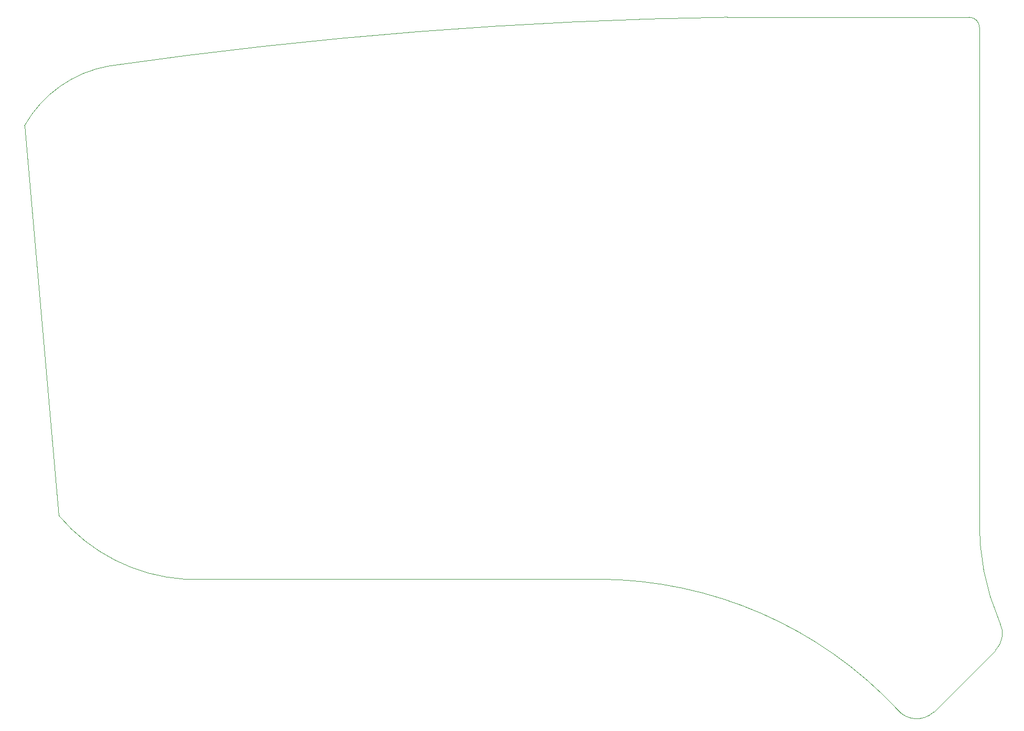
<source format=gm1>
%TF.GenerationSoftware,KiCad,Pcbnew,5.99.0-unknown-47cb7f53fd~143~ubuntu20.04.1*%
%TF.CreationDate,2021-11-18T20:14:39+01:00*%
%TF.ProjectId,rad-pad,7261642d-7061-4642-9e6b-696361645f70,rev?*%
%TF.SameCoordinates,Original*%
%TF.FileFunction,Profile,NP*%
%FSLAX46Y46*%
G04 Gerber Fmt 4.6, Leading zero omitted, Abs format (unit mm)*
G04 Created by KiCad (PCBNEW 5.99.0-unknown-47cb7f53fd~143~ubuntu20.04.1) date 2021-11-18 20:14:39*
%MOMM*%
%LPD*%
G01*
G04 APERTURE LIST*
%TA.AperFunction,Profile*%
%ADD10C,0.050000*%
%TD*%
G04 APERTURE END LIST*
D10*
X205000000Y-49150033D02*
X205000000Y-128168400D01*
X207605773Y-149772227D02*
X197612000Y-159766000D01*
X207605773Y-149772227D02*
G75*
G03*
X208280000Y-145288000I-2835729J2719167D01*
G01*
X143510000Y-138303000D02*
X76658211Y-138303000D01*
X64482867Y-55374967D02*
G75*
G03*
X50800000Y-65024000I3305865J-19213952D01*
G01*
X191718673Y-159320482D02*
G75*
G03*
X143510000Y-138303000I-48449497J-45332767D01*
G01*
X56338211Y-128016000D02*
X50800000Y-65024000D01*
X205000000Y-128168400D02*
G75*
G03*
X208280000Y-145288000I40061545J-1198491D01*
G01*
X164304867Y-47500000D02*
G75*
G03*
X64482867Y-55374967I11712275J-785065649D01*
G01*
X56338211Y-128016000D02*
G75*
G03*
X76658211Y-138303000I22175578J18590976D01*
G01*
X191718673Y-159320482D02*
G75*
G03*
X197612000Y-159766000I3151067J2481100D01*
G01*
X205000000Y-49150033D02*
G75*
G03*
X203353367Y-47500000I-1650037J0D01*
G01*
X164304867Y-47500000D02*
X203353367Y-47500000D01*
M02*

</source>
